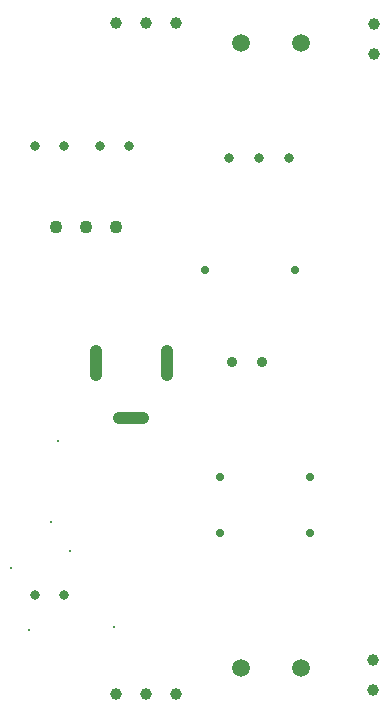
<source format=gbr>
%TF.GenerationSoftware,KiCad,Pcbnew,9.0.4*%
%TF.CreationDate,2025-10-03T00:29:53+03:00*%
%TF.ProjectId,Breadboard Power supply,42726561-6462-46f6-9172-6420506f7765,rev?*%
%TF.SameCoordinates,Original*%
%TF.FileFunction,Plated,1,2,PTH,Mixed*%
%TF.FilePolarity,Positive*%
%FSLAX46Y46*%
G04 Gerber Fmt 4.6, Leading zero omitted, Abs format (unit mm)*
G04 Created by KiCad (PCBNEW 9.0.4) date 2025-10-03 00:29:53*
%MOMM*%
%LPD*%
G01*
G04 APERTURE LIST*
%TA.AperFunction,ViaDrill*%
%ADD10C,0.300000*%
%TD*%
%TA.AperFunction,ComponentDrill*%
%ADD11C,0.700000*%
%TD*%
%TA.AperFunction,ComponentDrill*%
%ADD12C,0.800000*%
%TD*%
%TA.AperFunction,ComponentDrill*%
%ADD13C,0.900000*%
%TD*%
G04 aperture for slot hole*
%TA.AperFunction,ComponentDrill*%
%ADD14C,1.000000*%
%TD*%
%TA.AperFunction,ComponentDrill*%
%ADD15C,1.000000*%
%TD*%
%TA.AperFunction,ComponentDrill*%
%ADD16C,1.100000*%
%TD*%
%TA.AperFunction,ComponentDrill*%
%ADD17C,1.520000*%
%TD*%
G04 APERTURE END LIST*
D10*
X151571767Y-123413833D03*
X153071767Y-128663833D03*
X154986567Y-119508033D03*
X155571767Y-112663833D03*
X156571767Y-121913833D03*
X160321767Y-128413833D03*
D11*
%TO.C,R1*%
X167951767Y-98163833D03*
%TO.C,R3*%
X169271767Y-115719833D03*
%TO.C,R2*%
X169271767Y-120393433D03*
%TO.C,R1*%
X175571767Y-98163833D03*
%TO.C,R3*%
X176891767Y-115719833D03*
%TO.C,R2*%
X176891767Y-120393433D03*
D12*
%TO.C,C3*%
X153571767Y-87663833D03*
%TO.C,C2*%
X153571767Y-125663833D03*
%TO.C,C3*%
X156071767Y-87663833D03*
%TO.C,C2*%
X156071767Y-125663833D03*
%TO.C,C1*%
X159071767Y-87663833D03*
X161571767Y-87663833D03*
%TO.C,SW1*%
X170031767Y-88663833D03*
X172571767Y-88663833D03*
X175111767Y-88663833D03*
D13*
%TO.C,D1*%
X170261767Y-105915433D03*
X172801767Y-105915433D03*
D14*
%TO.C,J1*%
X158736567Y-107017033D02*
X158736567Y-105017033D01*
D15*
%TO.C,J3*%
X160463767Y-77213433D03*
%TO.C,J7*%
X160463767Y-134058633D03*
D14*
%TO.C,J1*%
X162736567Y-110717033D02*
X160736567Y-110717033D01*
D15*
%TO.C,J3*%
X163003767Y-77213433D03*
%TO.C,J7*%
X163003767Y-134058633D03*
D14*
%TO.C,J1*%
X164736567Y-107017033D02*
X164736567Y-105017033D01*
D15*
%TO.C,J3*%
X165543767Y-77213433D03*
%TO.C,J7*%
X165543767Y-134058633D03*
%TO.C,J4*%
X182256967Y-131213833D03*
X182256967Y-133753833D03*
%TO.C,J6*%
X182273367Y-77306633D03*
X182273367Y-79846633D03*
D16*
%TO.C,U2*%
X155383767Y-94536233D03*
X157923767Y-94536233D03*
X160463767Y-94536233D03*
D17*
%TO.C,J2*%
X171031767Y-78913833D03*
%TO.C,J5*%
X171031767Y-131874233D03*
%TO.C,J2*%
X176111767Y-78913833D03*
%TO.C,J5*%
X176111767Y-131874233D03*
M02*

</source>
